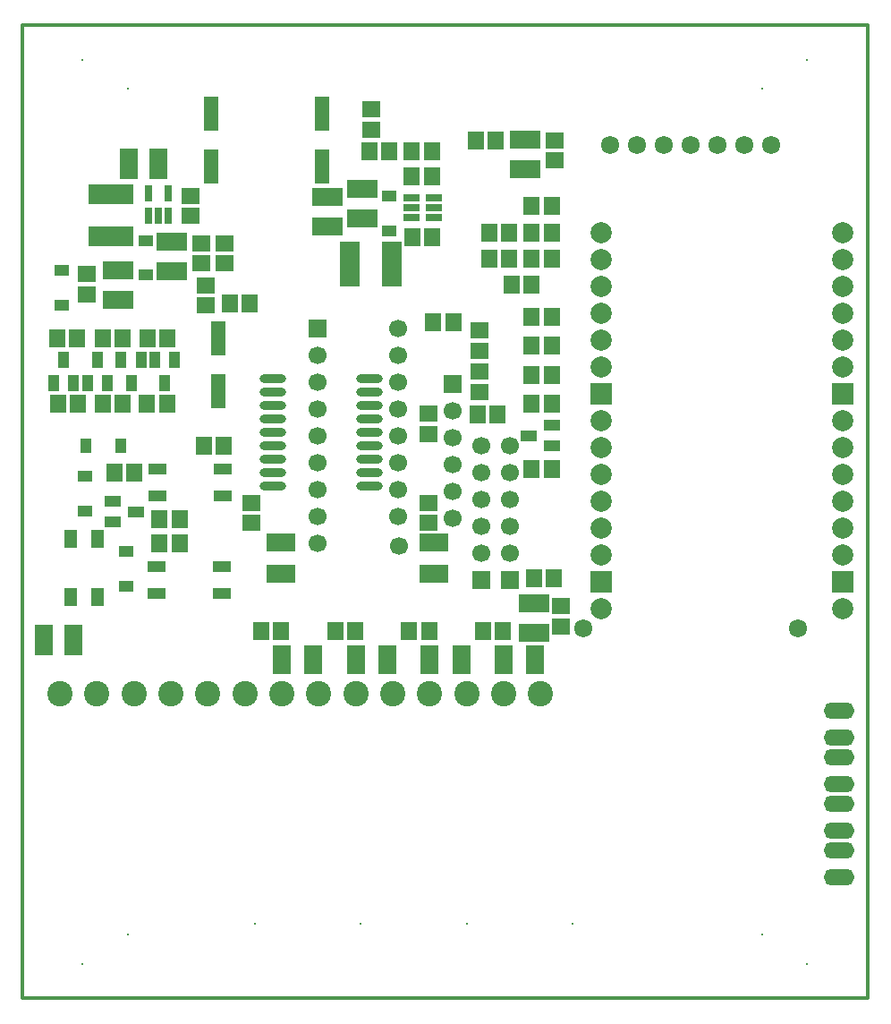
<source format=gts>
G04 Layer_Color=8388736*
%FSLAX43Y43*%
%MOMM*%
G71*
G01*
G75*
%ADD10C,0.300*%
%ADD51R,1.700X2.800*%
%ADD52R,1.700X1.500*%
%ADD53R,2.800X1.700*%
%ADD54R,1.500X1.700*%
%ADD55R,1.400X3.200*%
%ADD56R,1.800X2.900*%
%ADD57R,2.900X1.800*%
%ADD58R,1.400X1.110*%
%ADD59R,4.200X1.900*%
%ADD60R,0.750X1.650*%
%ADD61R,0.750X1.650*%
%ADD62R,1.300X1.800*%
%ADD63R,1.110X1.400*%
%ADD64R,1.900X4.200*%
%ADD65R,1.500X1.050*%
%ADD66R,1.050X1.500*%
%ADD67O,2.500X0.800*%
%ADD68R,1.800X1.100*%
%ADD69R,1.650X0.750*%
%ADD70R,1.650X0.750*%
%ADD71C,1.724*%
%ADD72C,0.200*%
%ADD73C,2.000*%
%ADD74R,2.000X2.000*%
%ADD75C,2.400*%
%ADD76R,1.700X1.700*%
%ADD77C,1.700*%
%ADD78R,1.700X1.700*%
G04:AMPARAMS|DCode=79|XSize=1.56mm|YSize=2.8mm|CornerRadius=0.644mm|HoleSize=0mm|Usage=FLASHONLY|Rotation=90.000|XOffset=0mm|YOffset=0mm|HoleType=Round|Shape=RoundedRectangle|*
%AMROUNDEDRECTD79*
21,1,1.560,1.512,0,0,90.0*
21,1,0.272,2.800,0,0,90.0*
1,1,1.288,0.756,0.136*
1,1,1.288,0.756,-0.136*
1,1,1.288,-0.756,-0.136*
1,1,1.288,-0.756,0.136*
%
%ADD79ROUNDEDRECTD79*%
D10*
X0Y0D02*
Y92000D01*
X80000D01*
Y0D02*
Y92000D01*
X0Y0D02*
X80000D01*
D51*
X24500Y32000D02*
D03*
X27500D02*
D03*
X38500D02*
D03*
X41500D02*
D03*
X31500D02*
D03*
X34500D02*
D03*
X45500D02*
D03*
X48500D02*
D03*
D52*
X38400Y46850D02*
D03*
Y44950D02*
D03*
X21600Y46850D02*
D03*
Y44950D02*
D03*
X16850Y69500D02*
D03*
Y71400D02*
D03*
X19125Y69500D02*
D03*
Y71400D02*
D03*
X15850Y75900D02*
D03*
Y74000D02*
D03*
X50900Y35150D02*
D03*
Y37050D02*
D03*
X38400Y53350D02*
D03*
Y55250D02*
D03*
X17300Y65500D02*
D03*
Y67400D02*
D03*
X43200Y57350D02*
D03*
Y59250D02*
D03*
X33000Y84050D02*
D03*
Y82150D02*
D03*
X6075Y68475D02*
D03*
Y66575D02*
D03*
X43200Y63150D02*
D03*
Y61250D02*
D03*
X50300Y79250D02*
D03*
Y81150D02*
D03*
D53*
X38900Y40100D02*
D03*
Y43100D02*
D03*
X24400Y40100D02*
D03*
Y43100D02*
D03*
D54*
X24450Y34700D02*
D03*
X22550D02*
D03*
X45450D02*
D03*
X43550D02*
D03*
X38450D02*
D03*
X36550D02*
D03*
X31450D02*
D03*
X29550D02*
D03*
X36850Y71950D02*
D03*
X38750D02*
D03*
X21475Y65675D02*
D03*
X19575D02*
D03*
X44750Y81100D02*
D03*
X42850D02*
D03*
X48350Y39700D02*
D03*
X50250D02*
D03*
X43050Y55200D02*
D03*
X44950D02*
D03*
X44150Y69900D02*
D03*
X46050D02*
D03*
X46250Y67500D02*
D03*
X48150D02*
D03*
X50050Y69900D02*
D03*
X48150D02*
D03*
X48150Y72400D02*
D03*
X50050D02*
D03*
X44150D02*
D03*
X46050D02*
D03*
X48150Y74900D02*
D03*
X50050D02*
D03*
X50050Y58960D02*
D03*
X48150D02*
D03*
X48150Y50075D02*
D03*
X50050D02*
D03*
X50050Y64400D02*
D03*
X48150D02*
D03*
X50050Y61680D02*
D03*
X48150D02*
D03*
X48150Y56240D02*
D03*
X50050D02*
D03*
X10550Y49700D02*
D03*
X8650D02*
D03*
X7550Y56175D02*
D03*
X9450D02*
D03*
X19050Y52200D02*
D03*
X17150D02*
D03*
X11750Y56175D02*
D03*
X13650D02*
D03*
X5250D02*
D03*
X3350D02*
D03*
X13700Y62375D02*
D03*
X11800D02*
D03*
X3250D02*
D03*
X5150D02*
D03*
X12950Y45300D02*
D03*
X14850D02*
D03*
X7550Y62375D02*
D03*
X9450D02*
D03*
X14850Y43000D02*
D03*
X12950D02*
D03*
X38850Y63900D02*
D03*
X40750D02*
D03*
X38700Y80050D02*
D03*
X36800D02*
D03*
X34700D02*
D03*
X32800D02*
D03*
X36800Y77750D02*
D03*
X38700D02*
D03*
D55*
X17800Y83650D02*
D03*
Y78650D02*
D03*
X28350Y83650D02*
D03*
Y78650D02*
D03*
X18500Y62400D02*
D03*
Y57400D02*
D03*
D56*
X10000Y78900D02*
D03*
X12800D02*
D03*
X4800Y33900D02*
D03*
X2000D02*
D03*
D57*
X14075Y71525D02*
D03*
Y68725D02*
D03*
X47500Y81200D02*
D03*
Y78400D02*
D03*
X48400Y37300D02*
D03*
Y34500D02*
D03*
X28825Y72975D02*
D03*
Y75775D02*
D03*
X32150Y73750D02*
D03*
Y76550D02*
D03*
X9000Y66000D02*
D03*
Y68800D02*
D03*
D58*
X11650Y68390D02*
D03*
Y71660D02*
D03*
X5900Y49335D02*
D03*
Y46065D02*
D03*
X9800Y42235D02*
D03*
Y38965D02*
D03*
X34700Y72565D02*
D03*
Y75835D02*
D03*
X3700Y68835D02*
D03*
Y65565D02*
D03*
D59*
X8300Y76025D02*
D03*
Y72025D02*
D03*
D60*
X11875Y74000D02*
D03*
D61*
X12825Y74000D02*
D03*
X13775D02*
D03*
Y76150D02*
D03*
X11875D02*
D03*
D62*
X7100Y43450D02*
D03*
Y37950D02*
D03*
X4500D02*
D03*
Y43450D02*
D03*
D63*
X9235Y52200D02*
D03*
X5965D02*
D03*
D64*
X34925Y69400D02*
D03*
X30925D02*
D03*
D65*
X50100Y52250D02*
D03*
X50100Y54150D02*
D03*
X47900Y53200D02*
D03*
X8500Y46950D02*
D03*
X8500Y45050D02*
D03*
X10700Y46000D02*
D03*
D66*
X11200Y60375D02*
D03*
X9300Y60375D02*
D03*
X10250Y58175D02*
D03*
X6100Y58175D02*
D03*
X8000Y58175D02*
D03*
X7050Y60375D02*
D03*
X14350Y60375D02*
D03*
X12450Y60375D02*
D03*
X13400Y58175D02*
D03*
X2900Y58175D02*
D03*
X4800Y58175D02*
D03*
X3850Y60375D02*
D03*
D67*
X23700Y58590D02*
D03*
Y57320D02*
D03*
Y56050D02*
D03*
Y54780D02*
D03*
Y53510D02*
D03*
Y52240D02*
D03*
Y50970D02*
D03*
Y49700D02*
D03*
Y48430D02*
D03*
X32800Y58590D02*
D03*
Y57320D02*
D03*
Y56050D02*
D03*
Y54780D02*
D03*
Y53510D02*
D03*
Y52240D02*
D03*
Y50970D02*
D03*
Y49700D02*
D03*
Y48430D02*
D03*
D68*
X12725Y47475D02*
D03*
X18925D02*
D03*
Y50075D02*
D03*
X12725D02*
D03*
X18875Y40825D02*
D03*
X12675D02*
D03*
Y38225D02*
D03*
X18875D02*
D03*
D69*
X38925Y73800D02*
D03*
D70*
X38925Y74750D02*
D03*
Y75700D02*
D03*
X36775D02*
D03*
Y74750D02*
D03*
Y73800D02*
D03*
D71*
X53080Y34980D02*
D03*
X73400D02*
D03*
X63240Y80700D02*
D03*
X65780D02*
D03*
X68320D02*
D03*
X70860D02*
D03*
X60700D02*
D03*
X58160D02*
D03*
X55620D02*
D03*
D72*
X52000Y7000D02*
D03*
X42000D02*
D03*
X32000D02*
D03*
X22000D02*
D03*
X69950Y86000D02*
D03*
X9950D02*
D03*
Y6000D02*
D03*
X69950D02*
D03*
X5650Y88700D02*
D03*
X74250D02*
D03*
X5650Y3200D02*
D03*
X74250D02*
D03*
D73*
X54750Y59720D02*
D03*
Y62260D02*
D03*
Y64800D02*
D03*
Y67340D02*
D03*
Y69880D02*
D03*
Y72420D02*
D03*
Y54640D02*
D03*
Y52100D02*
D03*
Y49560D02*
D03*
Y41940D02*
D03*
Y44480D02*
D03*
Y47020D02*
D03*
Y36860D02*
D03*
X77600Y59720D02*
D03*
Y62260D02*
D03*
Y64800D02*
D03*
Y67340D02*
D03*
Y69880D02*
D03*
Y72420D02*
D03*
Y54640D02*
D03*
Y52100D02*
D03*
Y49560D02*
D03*
Y41940D02*
D03*
Y44480D02*
D03*
Y47020D02*
D03*
Y36860D02*
D03*
D74*
X54750Y57180D02*
D03*
Y39400D02*
D03*
X77600Y57180D02*
D03*
Y39400D02*
D03*
D75*
X3500Y28800D02*
D03*
X7000D02*
D03*
X10500D02*
D03*
X14000D02*
D03*
X17500D02*
D03*
X21000D02*
D03*
X31500Y28800D02*
D03*
X35000D02*
D03*
X45500D02*
D03*
X49000D02*
D03*
X24500D02*
D03*
X28000D02*
D03*
X38500D02*
D03*
X42000D02*
D03*
D76*
X27880Y63340D02*
D03*
D77*
Y60800D02*
D03*
Y58260D02*
D03*
Y55720D02*
D03*
Y53180D02*
D03*
Y50640D02*
D03*
Y48100D02*
D03*
Y45560D02*
D03*
Y43020D02*
D03*
X35500Y63340D02*
D03*
Y60800D02*
D03*
Y58260D02*
D03*
Y55720D02*
D03*
Y53180D02*
D03*
Y50640D02*
D03*
Y48100D02*
D03*
Y45560D02*
D03*
X35590Y42780D02*
D03*
X40700Y55540D02*
D03*
Y53000D02*
D03*
Y50460D02*
D03*
Y45380D02*
D03*
Y47920D02*
D03*
X43400Y42100D02*
D03*
Y44640D02*
D03*
Y47180D02*
D03*
Y52260D02*
D03*
Y49720D02*
D03*
X46100Y42100D02*
D03*
Y44640D02*
D03*
Y47180D02*
D03*
Y52260D02*
D03*
Y49720D02*
D03*
D78*
X40700Y58080D02*
D03*
X43400Y39560D02*
D03*
X46100D02*
D03*
D79*
X77300Y11400D02*
D03*
Y13940D02*
D03*
Y15800D02*
D03*
Y18340D02*
D03*
Y20200D02*
D03*
Y22740D02*
D03*
Y24600D02*
D03*
Y27140D02*
D03*
M02*

</source>
